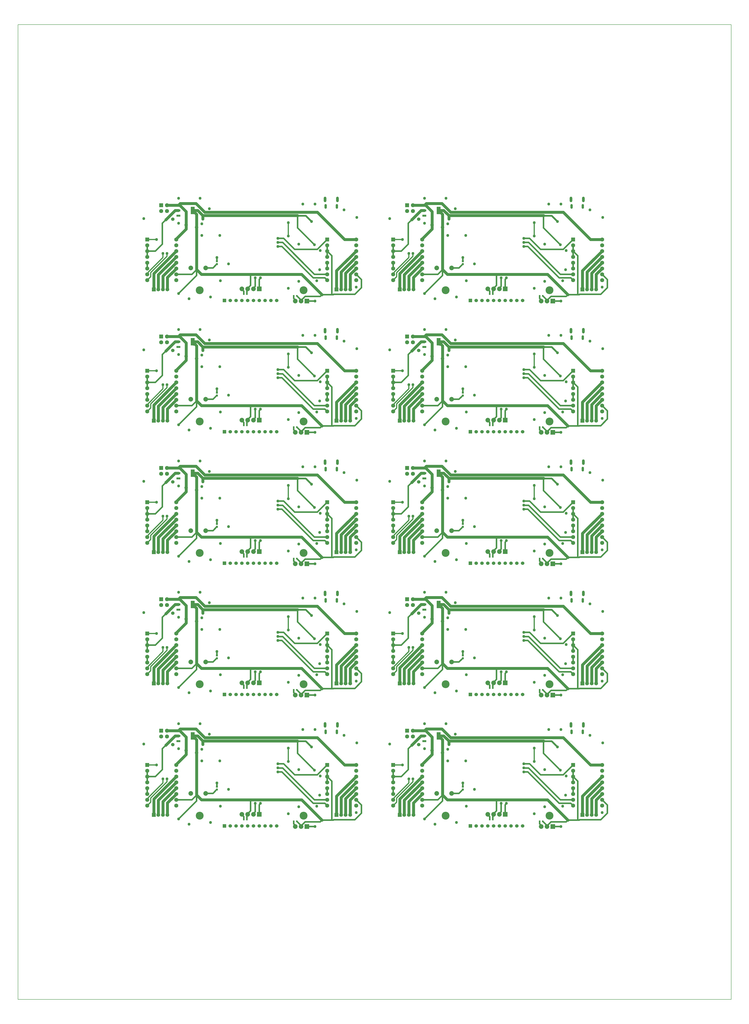
<source format=gbl>
%FSTAX23Y23*%
%MOIN*%
%SFA1B1*%

%IPPOS*%
%AMD87*
4,1,8,0.034400,-0.015800,0.034400,0.015800,0.032500,0.017700,-0.032500,0.017700,-0.034400,0.015800,-0.034400,-0.015800,-0.032500,-0.017700,0.032500,-0.017700,0.034400,-0.015800,0.0*
1,1,0.003900,0.032500,-0.015800*
1,1,0.003900,0.032500,0.015800*
1,1,0.003900,-0.032500,0.015800*
1,1,0.003900,-0.032500,-0.015800*
%
%AMD88*
4,1,8,0.034400,-0.060900,0.034400,0.060900,0.032400,0.063000,-0.032400,0.063000,-0.034400,0.060900,-0.034400,-0.060900,-0.032400,-0.063000,0.032400,-0.063000,0.034400,-0.060900,0.0*
1,1,0.004140,0.032400,-0.060900*
1,1,0.004140,0.032400,0.060900*
1,1,0.004140,-0.032400,0.060900*
1,1,0.004140,-0.032400,-0.060900*
%
%ADD15C,0.005000*%
%ADD21R,0.025590X0.027560*%
%ADD37C,0.059060*%
%ADD56O,0.040000X0.057480*%
%ADD69C,0.025000*%
%ADD70C,0.050000*%
%ADD71C,0.020000*%
%ADD72C,0.030000*%
%ADD74O,0.047240X0.094490*%
%ADD75C,0.065000*%
%ADD76R,0.065000X0.065000*%
%ADD77C,0.080000*%
%ADD78R,0.080000X0.080000*%
%ADD79R,0.060000X0.060000*%
%ADD80C,0.060000*%
%ADD81C,0.070000*%
%ADD82R,0.070000X0.070000*%
%ADD83C,0.135430*%
%ADD84C,0.050000*%
%ADD85O,0.041340X0.082680*%
%ADD86R,0.037400X0.033470*%
G04~CAMADD=87~8~0.0~0.0~354.3~689.0~19.5~0.0~15~0.0~0.0~0.0~0.0~0~0.0~0.0~0.0~0.0~0~0.0~0.0~0.0~270.0~689.0~354.0*
%ADD87D87*%
G04~CAMADD=88~8~0.0~0.0~1259.8~689.0~20.7~0.0~15~0.0~0.0~0.0~0.0~0~0.0~0.0~0.0~0.0~0~0.0~0.0~0.0~270.0~690.0~1260.0*
%ADD88D88*%
%LNcontrolboardv1-1*%
%LPD*%
G54D21*
X03943Y03098D03*
G54D15*
X0Y0D02*
X12286D01*
Y16786*
X0*
Y0*
G54D21*
X0389Y03098D03*
X04803Y03068D03*
X0475D03*
G54D37*
X02666Y04388D03*
X03076Y04248D03*
X02896Y04288D03*
G54D56*
X05492Y04609D03*
X05301D03*
G54D69*
X02226Y03738D02*
Y03838D01*
Y03938*
Y03538D02*
Y03638D01*
X02366Y03838D02*
X02486Y03958D01*
X02226Y03838D02*
X02366D01*
X02486Y03958D02*
Y04318D01*
X03425Y03613D02*
X03426D01*
X0336Y03548D02*
X03425Y03613D01*
X03232Y03548D02*
X0336D01*
X03426Y03664D02*
Y03728D01*
X02486Y04318D02*
X02546Y04378D01*
X03956Y03199D02*
X04006Y03249D01*
X04086Y0323D02*
Y03378D01*
X04056Y03188D02*
Y032D01*
X04086Y0323*
X02996Y03438D02*
X03076Y03518D01*
X02726Y03438D02*
X02996D01*
X04006Y03249D02*
Y03438D01*
X04876Y02978D02*
Y02987D01*
X04866Y02989D02*
X04876Y02978D01*
X04866Y02989D02*
Y03005D01*
X04803Y03068D02*
X04866Y03005D01*
X04803Y03068D02*
Y03068D01*
X04776Y02978D02*
Y02996D01*
X0475Y03023D02*
Y03068D01*
Y03023D02*
X04776Y02996D01*
X05206Y03058D02*
X05236Y03088D01*
X04948Y03058D02*
X05206D01*
X04876Y02987D02*
X04948Y03058D01*
X04976Y02978D02*
X05116D01*
X04156Y03188D02*
Y03352D01*
X04176Y03372D02*
Y03378D01*
X04156Y03352D02*
X04176Y03372D01*
X05326Y03738D02*
Y03838D01*
Y03938*
Y03538D02*
Y03638D01*
X05826Y03438D02*
X05916Y03348D01*
Y03208D02*
Y03348D01*
X05086Y03378D02*
X05286D01*
X05326Y03338*
X02726Y03438D02*
X02735Y03447D01*
X04546Y03918D02*
X05086Y03378D01*
X04476Y03918D02*
X04546D01*
X05156Y03868D02*
X05326Y04038D01*
X04766Y03868D02*
X05156D01*
X04816Y04238D02*
X05106Y03948D01*
X02766Y03108D02*
X03076Y03418D01*
Y03518*
X03856Y03182D02*
X0389Y03148D01*
Y03098D02*
Y03148D01*
X03856Y03182D02*
Y03188D01*
X03943Y0316D02*
X03956Y03174D01*
Y03188*
X03943Y03098D02*
Y0316D01*
X05802Y03094D02*
X05916Y03208D01*
X05406Y03088D02*
X05432D01*
X05438Y03094D02*
X05802D01*
X05432Y03088D02*
X05438Y03094D01*
X05326Y03838D02*
X05406Y03758D01*
Y03088D02*
Y03758D01*
X05236Y03088D02*
X05406D01*
X04816Y04238D02*
Y04448D01*
X04576Y04058D02*
X04766Y03868D01*
X04476Y04058D02*
X04576D01*
X04476Y03988D02*
X04479Y03986D01*
X05106Y03438D02*
X05326D01*
X04479Y03986D02*
X04559D01*
X05106Y03438*
G54D70*
X02763Y04629D02*
X02763Y04629D01*
X02566Y04628D02*
X02567Y04629D01*
X02763*
X05488Y03178D02*
Y035D01*
X05826Y03838*
X05566Y03478D02*
X05826Y03738D01*
X05566Y03178D02*
Y03478D01*
X05645Y03457D02*
X05826Y03638D01*
X05645Y03178D02*
Y03457D01*
X05724Y03436D02*
X05826Y03538D01*
X05724Y03178D02*
Y03436D01*
X02418Y0343D02*
X02726Y03738D01*
X02418Y03178D02*
Y0343D01*
X02496Y03408D02*
X02726Y03638D01*
X02496Y03178D02*
Y03408D01*
X02575Y03178D02*
Y03383D01*
X02726Y03535*
Y03538*
Y03838D02*
Y03838D01*
X02339Y03178D02*
Y0345D01*
X02726Y03838*
X02706Y04538D02*
X02763D01*
X02546Y04378D02*
X02706Y04538D01*
X02736Y04054D02*
Y04058D01*
X02726Y04044D02*
X02736Y04054D01*
X02726Y04038D02*
Y04044D01*
X02736Y04058D02*
X02896Y04218D01*
Y04288*
X02766Y04629D02*
X02795Y04658D01*
X02763Y04629D02*
X02786D01*
X02896Y04518*
Y04288D02*
Y04518D01*
X05536Y04128D02*
X05626Y04038D01*
X05826*
X03076Y03518D02*
X03081D01*
X0301Y0451D02*
X03019Y04501D01*
X0301Y0451D02*
Y04538D01*
X03047Y04501D02*
X03076Y04471D01*
X03019Y04501D02*
X03047D01*
X03076Y03518D02*
Y04248D01*
Y04471*
X03161Y03438D02*
X04006D01*
X03081Y03518D02*
X03161Y03438D01*
X04886D02*
X05236Y03088D01*
X04006Y03438D02*
X04326D01*
X04886*
X05156Y04508D02*
X05536Y04128D01*
X0301Y04538D02*
X03096D01*
X02763Y04629D02*
X02766D01*
X03216Y04508D02*
X05156D01*
X03066Y04658D02*
X03216Y04508D01*
X02795Y04658D02*
X03066D01*
X03096Y04538D02*
X03184Y0445D01*
X04814*
X04816Y04448*
X03184Y0439D02*
Y0445D01*
G54D71*
X02566Y03748D02*
Y03798D01*
X02242Y03468D02*
Y03474D01*
X02226Y03438D02*
Y03452D01*
X02242Y03468*
X02496Y03728D02*
Y03798D01*
X02242Y03474D02*
X02496Y03728D01*
X02226Y04038D02*
X02386D01*
X03956Y03188D02*
Y03199D01*
X02286Y03468D02*
X02566Y03748D01*
X02286Y03398D02*
Y03468D01*
X02226Y03338D02*
X02286Y03398D01*
X04656Y04098D02*
Y04328D01*
G54D72*
X04956Y04448D02*
X05056Y04348D01*
X04816Y04448D02*
X04956D01*
G54D74*
X05504Y04728D03*
X05289D03*
G54D75*
X02418Y03178D03*
X02496D03*
X02575D03*
X05566D03*
X05645D03*
X05724D03*
G54D76*
X02339Y03178D03*
X05488D03*
G54D77*
X03856Y03188D03*
X04056D03*
X03956D03*
X04776Y02978D03*
X04876D03*
X03232Y03548D03*
X02976D03*
G54D78*
X04156Y03188D03*
X04976Y02978D03*
G54D79*
X03556Y02988D03*
G54D80*
X03656Y02988D03*
X03756D03*
X03856D03*
X03956D03*
X04056D03*
X04156D03*
X04256D03*
X04356D03*
X04456D03*
G54D81*
X02726Y04038D03*
Y03838D03*
Y03938D03*
Y03738D03*
Y03638D03*
Y03538D03*
Y03438D03*
Y03338D03*
X02226D03*
Y03438D03*
Y03538D03*
Y03638D03*
Y03738D03*
Y03838D03*
Y03938D03*
X05826Y04038D03*
Y03838D03*
Y03938D03*
Y03738D03*
Y03638D03*
Y03538D03*
Y03438D03*
Y03338D03*
X05326D03*
Y03438D03*
Y03538D03*
Y03638D03*
Y03738D03*
Y03838D03*
Y03938D03*
X02466Y04528D03*
X02566Y04628D03*
Y04528D03*
G54D82*
X02226Y04038D03*
X05326D03*
X02466Y04628D03*
G54D83*
X03129Y03165D03*
X04921D03*
G54D84*
X05536Y04128D03*
X02566Y03798D03*
X02496D03*
X02386Y04038D03*
X03426Y03728D03*
X02546Y04378D03*
X02896Y04218D03*
X04086Y03378D03*
X04006Y03438D03*
X05236Y03088D03*
X05116Y02978D03*
X04326Y03438D03*
X04176Y03378D03*
X04476Y03918D03*
X05056Y04348D03*
X04656Y04098D03*
X05106Y03948D03*
X02766Y03108D03*
X03626Y03618D03*
X03486Y03328D03*
X03316Y03048D03*
X03476Y04108D03*
X03166D03*
X02766Y04318D03*
X04656Y03198D03*
X04836Y03318D03*
X05196Y03518D03*
X05146Y03328D03*
X05826Y03218D03*
X03166Y04308D03*
X02166Y04398D03*
X02766Y04748D03*
X03136D03*
X04836Y03958D03*
X04906Y04648D03*
X05116D03*
X05616Y04548D03*
X05836Y04418D03*
X02946Y03018D03*
X05206Y03848D03*
X04816Y04448D03*
X04656Y04328D03*
X03184Y0439D03*
X03296Y04568D03*
X04476Y04058D03*
Y03988D03*
G54D85*
X05492Y04609D03*
X05301D03*
G54D86*
X03426Y03664D03*
Y03613D03*
G54D87*
X02763Y04448D03*
Y04538D03*
Y04629D03*
G54D88*
X0301Y04538D03*
G54D21*
X0818Y03098D03*
X08127D03*
X0904Y03068D03*
X08987D03*
G54D37*
X06904Y04388D03*
X07314Y04248D03*
X07134Y04288D03*
G54D56*
X09729Y04609D03*
X09538D03*
G54D69*
X06464Y03738D02*
Y03838D01*
Y03938*
Y03538D02*
Y03638D01*
X06604Y03838D02*
X06724Y03958D01*
X06464Y03838D02*
X06604D01*
X06724Y03958D02*
Y04318D01*
X07662Y03613D02*
X07664D01*
X07597Y03548D02*
X07662Y03613D01*
X07469Y03548D02*
X07597D01*
X07664Y03664D02*
Y03728D01*
X06724Y04318D02*
X06784Y04378D01*
X08194Y03199D02*
X08244Y03249D01*
X08324Y0323D02*
Y03378D01*
X08294Y03188D02*
Y032D01*
X08324Y0323*
X07234Y03438D02*
X07314Y03518D01*
X06964Y03438D02*
X07234D01*
X08244Y03249D02*
Y03438D01*
X09114Y02978D02*
Y02987D01*
X09103Y02989D02*
X09114Y02978D01*
X09103Y02989D02*
Y03005D01*
X0904Y03068D02*
X09103Y03005D01*
X0904Y03068D02*
Y03068D01*
X09014Y02978D02*
Y02996D01*
X08987Y03023D02*
Y03068D01*
Y03023D02*
X09014Y02996D01*
X09444Y03058D02*
X09474Y03088D01*
X09185Y03058D02*
X09444D01*
X09114Y02987D02*
X09185Y03058D01*
X09214Y02978D02*
X09354D01*
X08394Y03188D02*
Y03352D01*
X08414Y03372D02*
Y03378D01*
X08394Y03352D02*
X08414Y03372D01*
X09564Y03738D02*
Y03838D01*
Y03938*
Y03538D02*
Y03638D01*
X10064Y03438D02*
X10154Y03348D01*
Y03208D02*
Y03348D01*
X09324Y03378D02*
X09524D01*
X09564Y03338*
X06964Y03438D02*
X06972Y03447D01*
X08784Y03918D02*
X09324Y03378D01*
X08714Y03918D02*
X08784D01*
X09394Y03868D02*
X09564Y04038D01*
X09004Y03868D02*
X09394D01*
X09054Y04238D02*
X09344Y03948D01*
X07004Y03108D02*
X07314Y03418D01*
Y03518*
X08094Y03182D02*
X08127Y03148D01*
Y03098D02*
Y03148D01*
X08094Y03182D02*
Y03188D01*
X0818Y0316D02*
X08194Y03174D01*
Y03188*
X0818Y03098D02*
Y0316D01*
X10039Y03094D02*
X10154Y03208D01*
X09644Y03088D02*
X09669D01*
X09675Y03094D02*
X10039D01*
X09669Y03088D02*
X09675Y03094D01*
X09564Y03838D02*
X09644Y03758D01*
Y03088D02*
Y03758D01*
X09474Y03088D02*
X09644D01*
X09054Y04238D02*
Y04448D01*
X08814Y04058D02*
X09004Y03868D01*
X08714Y04058D02*
X08814D01*
X08714Y03988D02*
X08716Y03986D01*
X09344Y03438D02*
X09564D01*
X08716Y03986D02*
X08796D01*
X09344Y03438*
G54D70*
X07Y04629D02*
X07Y04629D01*
X06804Y04628D02*
X06804Y04629D01*
X07*
X09725Y03178D02*
Y035D01*
X10064Y03838*
X09804Y03478D02*
X10064Y03738D01*
X09804Y03178D02*
Y03478D01*
X09882Y03457D02*
X10064Y03638D01*
X09882Y03178D02*
Y03457D01*
X09961Y03436D02*
X10064Y03538D01*
X09961Y03178D02*
Y03436D01*
X06655Y0343D02*
X06964Y03738D01*
X06655Y03178D02*
Y0343D01*
X06734Y03408D02*
X06964Y03638D01*
X06734Y03178D02*
Y03408D01*
X06812Y03178D02*
Y03383D01*
X06964Y03535*
Y03538*
Y03838D02*
Y03838D01*
X06576Y03178D02*
Y0345D01*
X06964Y03838*
X06944Y04538D02*
X07D01*
X06784Y04378D02*
X06944Y04538D01*
X06974Y04054D02*
Y04058D01*
X06964Y04044D02*
X06974Y04054D01*
X06964Y04038D02*
Y04044D01*
X06974Y04058D02*
X07134Y04218D01*
Y04288*
X07003Y04629D02*
X07032Y04658D01*
X07Y04629D02*
X07023D01*
X07134Y04518*
Y04288D02*
Y04518D01*
X09774Y04128D02*
X09864Y04038D01*
X10064*
X07314Y03518D02*
X07318D01*
X07247Y0451D02*
X07256Y04501D01*
X07247Y0451D02*
Y04538D01*
X07284Y04501D02*
X07314Y04471D01*
X07256Y04501D02*
X07284D01*
X07314Y03518D02*
Y04248D01*
Y04471*
X07398Y03438D02*
X08244D01*
X07318Y03518D02*
X07398Y03438D01*
X09124D02*
X09474Y03088D01*
X08244Y03438D02*
X08564D01*
X09124*
X09394Y04508D02*
X09774Y04128D01*
X07247Y04538D02*
X07334D01*
X07Y04629D02*
X07003D01*
X07454Y04508D02*
X09394D01*
X07304Y04658D02*
X07454Y04508D01*
X07032Y04658D02*
X07304D01*
X07334Y04538D02*
X07422Y0445D01*
X09052*
X09054Y04448*
X07422Y0439D02*
Y0445D01*
G54D71*
X06804Y03748D02*
Y03798D01*
X06479Y03468D02*
Y03474D01*
X06464Y03438D02*
Y03452D01*
X06479Y03468*
X06734Y03728D02*
Y03798D01*
X06479Y03474D02*
X06734Y03728D01*
X06464Y04038D02*
X06624D01*
X08194Y03188D02*
Y03199D01*
X06524Y03468D02*
X06804Y03748D01*
X06524Y03398D02*
Y03468D01*
X06464Y03338D02*
X06524Y03398D01*
X08894Y04098D02*
Y04328D01*
G54D72*
X09194Y04448D02*
X09294Y04348D01*
X09054Y04448D02*
X09194D01*
G54D74*
X09741Y04728D03*
X09526D03*
G54D75*
X06655Y03178D03*
X06734D03*
X06812D03*
X09804D03*
X09882D03*
X09961D03*
G54D76*
X06576Y03178D03*
X09725D03*
G54D77*
X08094Y03188D03*
X08294D03*
X08194D03*
X09014Y02978D03*
X09114D03*
X07469Y03548D03*
X07214D03*
G54D78*
X08394Y03188D03*
X09214Y02978D03*
G54D79*
X07794Y02988D03*
G54D80*
X07894Y02988D03*
X07994D03*
X08094D03*
X08194D03*
X08294D03*
X08394D03*
X08494D03*
X08594D03*
X08694D03*
G54D81*
X06964Y04038D03*
Y03838D03*
Y03938D03*
Y03738D03*
Y03638D03*
Y03538D03*
Y03438D03*
Y03338D03*
X06464D03*
Y03438D03*
Y03538D03*
Y03638D03*
Y03738D03*
Y03838D03*
Y03938D03*
X10064Y04038D03*
Y03838D03*
Y03938D03*
Y03738D03*
Y03638D03*
Y03538D03*
Y03438D03*
Y03338D03*
X09564D03*
Y03438D03*
Y03538D03*
Y03638D03*
Y03738D03*
Y03838D03*
Y03938D03*
X06704Y04528D03*
X06804Y04628D03*
Y04528D03*
G54D82*
X06464Y04038D03*
X09564D03*
X06704Y04628D03*
G54D83*
X07366Y03165D03*
X09158D03*
G54D84*
X09774Y04128D03*
X06804Y03798D03*
X06734D03*
X06624Y04038D03*
X07664Y03728D03*
X06784Y04378D03*
X07134Y04218D03*
X08324Y03378D03*
X08244Y03438D03*
X09474Y03088D03*
X09354Y02978D03*
X08564Y03438D03*
X08414Y03378D03*
X08714Y03918D03*
X09294Y04348D03*
X08894Y04098D03*
X09344Y03948D03*
X07004Y03108D03*
X07864Y03618D03*
X07724Y03328D03*
X07554Y03048D03*
X07714Y04108D03*
X07404D03*
X07004Y04318D03*
X08894Y03198D03*
X09074Y03318D03*
X09434Y03518D03*
X09384Y03328D03*
X10064Y03218D03*
X07404Y04308D03*
X06404Y04398D03*
X07004Y04748D03*
X07374D03*
X09074Y03958D03*
X09144Y04648D03*
X09354D03*
X09854Y04548D03*
X10074Y04418D03*
X07184Y03018D03*
X09444Y03848D03*
X09054Y04448D03*
X08894Y04328D03*
X07422Y0439D03*
X07534Y04568D03*
X08714Y04058D03*
Y03988D03*
G54D85*
X09729Y04609D03*
X09538D03*
G54D86*
X07664Y03664D03*
Y03613D03*
G54D87*
X07Y04448D03*
Y04538D03*
Y04629D03*
G54D88*
X07247Y04538D03*
G54D21*
X03943Y0536D03*
X0389D03*
X04803Y0533D03*
X0475D03*
G54D37*
X02666Y0665D03*
X03076Y0651D03*
X02896Y0655D03*
G54D56*
X05492Y06871D03*
X05301D03*
G54D69*
X02226Y06D02*
Y061D01*
Y062*
Y058D02*
Y059D01*
X02366Y061D02*
X02486Y0622D01*
X02226Y061D02*
X02366D01*
X02486Y0622D02*
Y0658D01*
X03425Y05875D02*
X03426D01*
X0336Y0581D02*
X03425Y05875D01*
X03232Y0581D02*
X0336D01*
X03426Y05926D02*
Y0599D01*
X02486Y0658D02*
X02546Y0664D01*
X03956Y05461D02*
X04006Y05511D01*
X04086Y05492D02*
Y0564D01*
X04056Y0545D02*
Y05462D01*
X04086Y05492*
X02996Y057D02*
X03076Y0578D01*
X02726Y057D02*
X02996D01*
X04006Y05511D02*
Y057D01*
X04876Y0524D02*
Y05249D01*
X04866Y05251D02*
X04876Y0524D01*
X04866Y05251D02*
Y05267D01*
X04803Y0533D02*
X04866Y05267D01*
X04803Y0533D02*
Y0533D01*
X04776Y0524D02*
Y05258D01*
X0475Y05285D02*
Y0533D01*
Y05285D02*
X04776Y05258D01*
X05206Y0532D02*
X05236Y0535D01*
X04948Y0532D02*
X05206D01*
X04876Y05249D02*
X04948Y0532D01*
X04976Y0524D02*
X05116D01*
X04156Y0545D02*
Y05614D01*
X04176Y05634D02*
Y0564D01*
X04156Y05614D02*
X04176Y05634D01*
X05326Y06D02*
Y061D01*
Y062*
Y058D02*
Y059D01*
X05826Y057D02*
X05916Y0561D01*
Y0547D02*
Y0561D01*
X05086Y0564D02*
X05286D01*
X05326Y056*
X02726Y057D02*
X02735Y05709D01*
X04546Y0618D02*
X05086Y0564D01*
X04476Y0618D02*
X04546D01*
X05156Y0613D02*
X05326Y063D01*
X04766Y0613D02*
X05156D01*
X04816Y065D02*
X05106Y0621D01*
X02766Y0537D02*
X03076Y0568D01*
Y0578*
X03856Y05444D02*
X0389Y0541D01*
Y0536D02*
Y0541D01*
X03856Y05444D02*
Y0545D01*
X03943Y05422D02*
X03956Y05436D01*
Y0545*
X03943Y0536D02*
Y05422D01*
X05802Y05356D02*
X05916Y0547D01*
X05406Y0535D02*
X05432D01*
X05438Y05356D02*
X05802D01*
X05432Y0535D02*
X05438Y05356D01*
X05326Y061D02*
X05406Y0602D01*
Y0535D02*
Y0602D01*
X05236Y0535D02*
X05406D01*
X04816Y065D02*
Y0671D01*
X04576Y0632D02*
X04766Y0613D01*
X04476Y0632D02*
X04576D01*
X04476Y0625D02*
X04479Y06248D01*
X05106Y057D02*
X05326D01*
X04479Y06248D02*
X04559D01*
X05106Y057*
G54D70*
X02763Y06891D02*
X02763Y06891D01*
X02566Y0689D02*
X02567Y06891D01*
X02763*
X05488Y0544D02*
Y05762D01*
X05826Y061*
X05566Y0574D02*
X05826Y06D01*
X05566Y0544D02*
Y0574D01*
X05645Y05719D02*
X05826Y059D01*
X05645Y0544D02*
Y05719D01*
X05724Y05698D02*
X05826Y058D01*
X05724Y0544D02*
Y05698D01*
X02418Y05692D02*
X02726Y06D01*
X02418Y0544D02*
Y05692D01*
X02496Y0567D02*
X02726Y059D01*
X02496Y0544D02*
Y0567D01*
X02575Y0544D02*
Y05645D01*
X02726Y05797*
Y058*
Y061D02*
Y061D01*
X02339Y0544D02*
Y05712D01*
X02726Y061*
X02706Y068D02*
X02763D01*
X02546Y0664D02*
X02706Y068D01*
X02736Y06316D02*
Y0632D01*
X02726Y06306D02*
X02736Y06316D01*
X02726Y063D02*
Y06306D01*
X02736Y0632D02*
X02896Y0648D01*
Y0655*
X02766Y06891D02*
X02795Y0692D01*
X02763Y06891D02*
X02786D01*
X02896Y0678*
Y0655D02*
Y0678D01*
X05536Y0639D02*
X05626Y063D01*
X05826*
X03076Y0578D02*
X03081D01*
X0301Y06772D02*
X03019Y06763D01*
X0301Y06772D02*
Y068D01*
X03047Y06763D02*
X03076Y06733D01*
X03019Y06763D02*
X03047D01*
X03076Y0578D02*
Y0651D01*
Y06733*
X03161Y057D02*
X04006D01*
X03081Y0578D02*
X03161Y057D01*
X04886D02*
X05236Y0535D01*
X04006Y057D02*
X04326D01*
X04886*
X05156Y0677D02*
X05536Y0639D01*
X0301Y068D02*
X03096D01*
X02763Y06891D02*
X02766D01*
X03216Y0677D02*
X05156D01*
X03066Y0692D02*
X03216Y0677D01*
X02795Y0692D02*
X03066D01*
X03096Y068D02*
X03184Y06712D01*
X04814*
X04816Y0671*
X03184Y06652D02*
Y06712D01*
G54D71*
X02566Y0601D02*
Y0606D01*
X02242Y0573D02*
Y05736D01*
X02226Y057D02*
Y05714D01*
X02242Y0573*
X02496Y0599D02*
Y0606D01*
X02242Y05736D02*
X02496Y0599D01*
X02226Y063D02*
X02386D01*
X03956Y0545D02*
Y05461D01*
X02286Y0573D02*
X02566Y0601D01*
X02286Y0566D02*
Y0573D01*
X02226Y056D02*
X02286Y0566D01*
X04656Y0636D02*
Y0659D01*
G54D72*
X04956Y0671D02*
X05056Y0661D01*
X04816Y0671D02*
X04956D01*
G54D74*
X05504Y0699D03*
X05289D03*
G54D75*
X02418Y0544D03*
X02496D03*
X02575D03*
X05566D03*
X05645D03*
X05724D03*
G54D76*
X02339Y0544D03*
X05488D03*
G54D77*
X03856Y0545D03*
X04056D03*
X03956D03*
X04776Y0524D03*
X04876D03*
X03232Y0581D03*
X02976D03*
G54D78*
X04156Y0545D03*
X04976Y0524D03*
G54D79*
X03556Y0525D03*
G54D80*
X03656Y0525D03*
X03756D03*
X03856D03*
X03956D03*
X04056D03*
X04156D03*
X04256D03*
X04356D03*
X04456D03*
G54D81*
X02726Y063D03*
Y061D03*
Y062D03*
Y06D03*
Y059D03*
Y058D03*
Y057D03*
Y056D03*
X02226D03*
Y057D03*
Y058D03*
Y059D03*
Y06D03*
Y061D03*
Y062D03*
X05826Y063D03*
Y061D03*
Y062D03*
Y06D03*
Y059D03*
Y058D03*
Y057D03*
Y056D03*
X05326D03*
Y057D03*
Y058D03*
Y059D03*
Y06D03*
Y061D03*
Y062D03*
X02466Y0679D03*
X02566Y0689D03*
Y0679D03*
G54D82*
X02226Y063D03*
X05326D03*
X02466Y0689D03*
G54D83*
X03129Y05427D03*
X04921D03*
G54D84*
X05536Y0639D03*
X02566Y0606D03*
X02496D03*
X02386Y063D03*
X03426Y0599D03*
X02546Y0664D03*
X02896Y0648D03*
X04086Y0564D03*
X04006Y057D03*
X05236Y0535D03*
X05116Y0524D03*
X04326Y057D03*
X04176Y0564D03*
X04476Y0618D03*
X05056Y0661D03*
X04656Y0636D03*
X05106Y0621D03*
X02766Y0537D03*
X03626Y0588D03*
X03486Y0559D03*
X03316Y0531D03*
X03476Y0637D03*
X03166D03*
X02766Y0658D03*
X04656Y0546D03*
X04836Y0558D03*
X05196Y0578D03*
X05146Y0559D03*
X05826Y0548D03*
X03166Y0657D03*
X02166Y0666D03*
X02766Y0701D03*
X03136D03*
X04836Y0622D03*
X04906Y0691D03*
X05116D03*
X05616Y0681D03*
X05836Y0668D03*
X02946Y0528D03*
X05206Y0611D03*
X04816Y0671D03*
X04656Y0659D03*
X03184Y06652D03*
X03296Y0683D03*
X04476Y0632D03*
Y0625D03*
G54D85*
X05492Y06871D03*
X05301D03*
G54D86*
X03426Y05926D03*
Y05875D03*
G54D87*
X02763Y0671D03*
Y068D03*
Y06891D03*
G54D88*
X0301Y068D03*
G54D21*
X0818Y0536D03*
X08127D03*
X0904Y0533D03*
X08987D03*
G54D37*
X06904Y0665D03*
X07314Y0651D03*
X07134Y0655D03*
G54D56*
X09729Y06871D03*
X09538D03*
G54D69*
X06464Y06D02*
Y061D01*
Y062*
Y058D02*
Y059D01*
X06604Y061D02*
X06724Y0622D01*
X06464Y061D02*
X06604D01*
X06724Y0622D02*
Y0658D01*
X07662Y05875D02*
X07664D01*
X07597Y0581D02*
X07662Y05875D01*
X07469Y0581D02*
X07597D01*
X07664Y05926D02*
Y0599D01*
X06724Y0658D02*
X06784Y0664D01*
X08194Y05461D02*
X08244Y05511D01*
X08324Y05492D02*
Y0564D01*
X08294Y0545D02*
Y05462D01*
X08324Y05492*
X07234Y057D02*
X07314Y0578D01*
X06964Y057D02*
X07234D01*
X08244Y05511D02*
Y057D01*
X09114Y0524D02*
Y05249D01*
X09103Y05251D02*
X09114Y0524D01*
X09103Y05251D02*
Y05267D01*
X0904Y0533D02*
X09103Y05267D01*
X0904Y0533D02*
Y0533D01*
X09014Y0524D02*
Y05258D01*
X08987Y05285D02*
Y0533D01*
Y05285D02*
X09014Y05258D01*
X09444Y0532D02*
X09474Y0535D01*
X09185Y0532D02*
X09444D01*
X09114Y05249D02*
X09185Y0532D01*
X09214Y0524D02*
X09354D01*
X08394Y0545D02*
Y05614D01*
X08414Y05634D02*
Y0564D01*
X08394Y05614D02*
X08414Y05634D01*
X09564Y06D02*
Y061D01*
Y062*
Y058D02*
Y059D01*
X10064Y057D02*
X10154Y0561D01*
Y0547D02*
Y0561D01*
X09324Y0564D02*
X09524D01*
X09564Y056*
X06964Y057D02*
X06972Y05709D01*
X08784Y0618D02*
X09324Y0564D01*
X08714Y0618D02*
X08784D01*
X09394Y0613D02*
X09564Y063D01*
X09004Y0613D02*
X09394D01*
X09054Y065D02*
X09344Y0621D01*
X07004Y0537D02*
X07314Y0568D01*
Y0578*
X08094Y05444D02*
X08127Y0541D01*
Y0536D02*
Y0541D01*
X08094Y05444D02*
Y0545D01*
X0818Y05422D02*
X08194Y05436D01*
Y0545*
X0818Y0536D02*
Y05422D01*
X10039Y05356D02*
X10154Y0547D01*
X09644Y0535D02*
X09669D01*
X09675Y05356D02*
X10039D01*
X09669Y0535D02*
X09675Y05356D01*
X09564Y061D02*
X09644Y0602D01*
Y0535D02*
Y0602D01*
X09474Y0535D02*
X09644D01*
X09054Y065D02*
Y0671D01*
X08814Y0632D02*
X09004Y0613D01*
X08714Y0632D02*
X08814D01*
X08714Y0625D02*
X08716Y06248D01*
X09344Y057D02*
X09564D01*
X08716Y06248D02*
X08796D01*
X09344Y057*
G54D70*
X07Y06891D02*
X07Y06891D01*
X06804Y0689D02*
X06804Y06891D01*
X07*
X09725Y0544D02*
Y05762D01*
X10064Y061*
X09804Y0574D02*
X10064Y06D01*
X09804Y0544D02*
Y0574D01*
X09882Y05719D02*
X10064Y059D01*
X09882Y0544D02*
Y05719D01*
X09961Y05698D02*
X10064Y058D01*
X09961Y0544D02*
Y05698D01*
X06655Y05692D02*
X06964Y06D01*
X06655Y0544D02*
Y05692D01*
X06734Y0567D02*
X06964Y059D01*
X06734Y0544D02*
Y0567D01*
X06812Y0544D02*
Y05645D01*
X06964Y05797*
Y058*
Y061D02*
Y061D01*
X06576Y0544D02*
Y05712D01*
X06964Y061*
X06944Y068D02*
X07D01*
X06784Y0664D02*
X06944Y068D01*
X06974Y06316D02*
Y0632D01*
X06964Y06306D02*
X06974Y06316D01*
X06964Y063D02*
Y06306D01*
X06974Y0632D02*
X07134Y0648D01*
Y0655*
X07003Y06891D02*
X07032Y0692D01*
X07Y06891D02*
X07023D01*
X07134Y0678*
Y0655D02*
Y0678D01*
X09774Y0639D02*
X09864Y063D01*
X10064*
X07314Y0578D02*
X07318D01*
X07247Y06772D02*
X07256Y06763D01*
X07247Y06772D02*
Y068D01*
X07284Y06763D02*
X07314Y06733D01*
X07256Y06763D02*
X07284D01*
X07314Y0578D02*
Y0651D01*
Y06733*
X07398Y057D02*
X08244D01*
X07318Y0578D02*
X07398Y057D01*
X09124D02*
X09474Y0535D01*
X08244Y057D02*
X08564D01*
X09124*
X09394Y0677D02*
X09774Y0639D01*
X07247Y068D02*
X07334D01*
X07Y06891D02*
X07003D01*
X07454Y0677D02*
X09394D01*
X07304Y0692D02*
X07454Y0677D01*
X07032Y0692D02*
X07304D01*
X07334Y068D02*
X07422Y06712D01*
X09052*
X09054Y0671*
X07422Y06652D02*
Y06712D01*
G54D71*
X06804Y0601D02*
Y0606D01*
X06479Y0573D02*
Y05736D01*
X06464Y057D02*
Y05714D01*
X06479Y0573*
X06734Y0599D02*
Y0606D01*
X06479Y05736D02*
X06734Y0599D01*
X06464Y063D02*
X06624D01*
X08194Y0545D02*
Y05461D01*
X06524Y0573D02*
X06804Y0601D01*
X06524Y0566D02*
Y0573D01*
X06464Y056D02*
X06524Y0566D01*
X08894Y0636D02*
Y0659D01*
G54D72*
X09194Y0671D02*
X09294Y0661D01*
X09054Y0671D02*
X09194D01*
G54D74*
X09741Y0699D03*
X09526D03*
G54D75*
X06655Y0544D03*
X06734D03*
X06812D03*
X09804D03*
X09882D03*
X09961D03*
G54D76*
X06576Y0544D03*
X09725D03*
G54D77*
X08094Y0545D03*
X08294D03*
X08194D03*
X09014Y0524D03*
X09114D03*
X07469Y0581D03*
X07214D03*
G54D78*
X08394Y0545D03*
X09214Y0524D03*
G54D79*
X07794Y0525D03*
G54D80*
X07894Y0525D03*
X07994D03*
X08094D03*
X08194D03*
X08294D03*
X08394D03*
X08494D03*
X08594D03*
X08694D03*
G54D81*
X06964Y063D03*
Y061D03*
Y062D03*
Y06D03*
Y059D03*
Y058D03*
Y057D03*
Y056D03*
X06464D03*
Y057D03*
Y058D03*
Y059D03*
Y06D03*
Y061D03*
Y062D03*
X10064Y063D03*
Y061D03*
Y062D03*
Y06D03*
Y059D03*
Y058D03*
Y057D03*
Y056D03*
X09564D03*
Y057D03*
Y058D03*
Y059D03*
Y06D03*
Y061D03*
Y062D03*
X06704Y0679D03*
X06804Y0689D03*
Y0679D03*
G54D82*
X06464Y063D03*
X09564D03*
X06704Y0689D03*
G54D83*
X07366Y05427D03*
X09158D03*
G54D84*
X09774Y0639D03*
X06804Y0606D03*
X06734D03*
X06624Y063D03*
X07664Y0599D03*
X06784Y0664D03*
X07134Y0648D03*
X08324Y0564D03*
X08244Y057D03*
X09474Y0535D03*
X09354Y0524D03*
X08564Y057D03*
X08414Y0564D03*
X08714Y0618D03*
X09294Y0661D03*
X08894Y0636D03*
X09344Y0621D03*
X07004Y0537D03*
X07864Y0588D03*
X07724Y0559D03*
X07554Y0531D03*
X07714Y0637D03*
X07404D03*
X07004Y0658D03*
X08894Y0546D03*
X09074Y0558D03*
X09434Y0578D03*
X09384Y0559D03*
X10064Y0548D03*
X07404Y0657D03*
X06404Y0666D03*
X07004Y0701D03*
X07374D03*
X09074Y0622D03*
X09144Y0691D03*
X09354D03*
X09854Y0681D03*
X10074Y0668D03*
X07184Y0528D03*
X09444Y0611D03*
X09054Y0671D03*
X08894Y0659D03*
X07422Y06652D03*
X07534Y0683D03*
X08714Y0632D03*
Y0625D03*
G54D85*
X09729Y06871D03*
X09538D03*
G54D86*
X07664Y05926D03*
Y05875D03*
G54D87*
X07Y0671D03*
Y068D03*
Y06891D03*
G54D88*
X07247Y068D03*
G54D21*
X03943Y07622D03*
X0389D03*
X04803Y07592D03*
X0475D03*
G54D37*
X02666Y08912D03*
X03076Y08772D03*
X02896Y08812D03*
G54D56*
X05492Y09132D03*
X05301D03*
G54D69*
X02226Y08262D02*
Y08362D01*
Y08462*
Y08062D02*
Y08162D01*
X02366Y08362D02*
X02486Y08482D01*
X02226Y08362D02*
X02366D01*
X02486Y08482D02*
Y08842D01*
X03425Y08137D02*
X03426D01*
X0336Y08072D02*
X03425Y08137D01*
X03232Y08072D02*
X0336D01*
X03426Y08188D02*
Y08252D01*
X02486Y08842D02*
X02546Y08902D01*
X03956Y07723D02*
X04006Y07773D01*
X04086Y07754D02*
Y07902D01*
X04056Y07712D02*
Y07724D01*
X04086Y07754*
X02996Y07962D02*
X03076Y08042D01*
X02726Y07962D02*
X02996D01*
X04006Y07773D02*
Y07962D01*
X04876Y07502D02*
Y07511D01*
X04866Y07513D02*
X04876Y07502D01*
X04866Y07513D02*
Y07529D01*
X04803Y07592D02*
X04866Y07529D01*
X04803Y07592D02*
Y07592D01*
X04776Y07502D02*
Y0752D01*
X0475Y07547D02*
Y07592D01*
Y07547D02*
X04776Y0752D01*
X05206Y07582D02*
X05236Y07612D01*
X04948Y07582D02*
X05206D01*
X04876Y07511D02*
X04948Y07582D01*
X04976Y07502D02*
X05116D01*
X04156Y07712D02*
Y07876D01*
X04176Y07896D02*
Y07902D01*
X04156Y07876D02*
X04176Y07896D01*
X05326Y08262D02*
Y08362D01*
Y08462*
Y08062D02*
Y08162D01*
X05826Y07962D02*
X05916Y07872D01*
Y07732D02*
Y07872D01*
X05086Y07902D02*
X05286D01*
X05326Y07862*
X02726Y07962D02*
X02735Y07971D01*
X04546Y08442D02*
X05086Y07902D01*
X04476Y08442D02*
X04546D01*
X05156Y08392D02*
X05326Y08562D01*
X04766Y08392D02*
X05156D01*
X04816Y08762D02*
X05106Y08472D01*
X02766Y07632D02*
X03076Y07942D01*
Y08042*
X03856Y07706D02*
X0389Y07672D01*
Y07622D02*
Y07672D01*
X03856Y07706D02*
Y07712D01*
X03943Y07684D02*
X03956Y07698D01*
Y07712*
X03943Y07622D02*
Y07684D01*
X05802Y07618D02*
X05916Y07732D01*
X05406Y07612D02*
X05432D01*
X05438Y07618D02*
X05802D01*
X05432Y07612D02*
X05438Y07618D01*
X05326Y08362D02*
X05406Y08282D01*
Y07612D02*
Y08282D01*
X05236Y07612D02*
X05406D01*
X04816Y08762D02*
Y08972D01*
X04576Y08582D02*
X04766Y08392D01*
X04476Y08582D02*
X04576D01*
X04476Y08512D02*
X04479Y08509D01*
X05106Y07962D02*
X05326D01*
X04479Y08509D02*
X04559D01*
X05106Y07962*
G54D70*
X02763Y09152D02*
X02763Y09152D01*
X02566Y09152D02*
X02567Y09152D01*
X02763*
X05488Y07702D02*
Y08024D01*
X05826Y08362*
X05566Y08002D02*
X05826Y08262D01*
X05566Y07702D02*
Y08002D01*
X05645Y07981D02*
X05826Y08162D01*
X05645Y07702D02*
Y07981D01*
X05724Y0796D02*
X05826Y08062D01*
X05724Y07702D02*
Y0796D01*
X02418Y07954D02*
X02726Y08262D01*
X02418Y07702D02*
Y07954D01*
X02496Y07932D02*
X02726Y08162D01*
X02496Y07702D02*
Y07932D01*
X02575Y07702D02*
Y07907D01*
X02726Y08059*
Y08062*
Y08362D02*
Y08362D01*
X02339Y07702D02*
Y07974D01*
X02726Y08362*
X02706Y09062D02*
X02763D01*
X02546Y08902D02*
X02706Y09062D01*
X02736Y08577D02*
Y08582D01*
X02726Y08567D02*
X02736Y08577D01*
X02726Y08562D02*
Y08567D01*
X02736Y08582D02*
X02896Y08742D01*
Y08812*
X02766Y09152D02*
X02795Y09182D01*
X02763Y09152D02*
X02786D01*
X02896Y09042*
Y08812D02*
Y09042D01*
X05536Y08652D02*
X05626Y08562D01*
X05826*
X03076Y08042D02*
X03081D01*
X0301Y09033D02*
X03019Y09024D01*
X0301Y09033D02*
Y09062D01*
X03047Y09024D02*
X03076Y08994D01*
X03019Y09024D02*
X03047D01*
X03076Y08042D02*
Y08772D01*
Y08994*
X03161Y07962D02*
X04006D01*
X03081Y08042D02*
X03161Y07962D01*
X04886D02*
X05236Y07612D01*
X04006Y07962D02*
X04326D01*
X04886*
X05156Y09032D02*
X05536Y08652D01*
X0301Y09062D02*
X03096D01*
X02763Y09152D02*
X02766D01*
X03216Y09032D02*
X05156D01*
X03066Y09182D02*
X03216Y09032D01*
X02795Y09182D02*
X03066D01*
X03096Y09062D02*
X03184Y08974D01*
X04814*
X04816Y08972*
X03184Y08914D02*
Y08974D01*
G54D71*
X02566Y08272D02*
Y08322D01*
X02242Y07992D02*
Y07998D01*
X02226Y07962D02*
Y07976D01*
X02242Y07992*
X02496Y08252D02*
Y08322D01*
X02242Y07998D02*
X02496Y08252D01*
X02226Y08562D02*
X02386D01*
X03956Y07712D02*
Y07723D01*
X02286Y07992D02*
X02566Y08272D01*
X02286Y07922D02*
Y07992D01*
X02226Y07862D02*
X02286Y07922D01*
X04656Y08622D02*
Y08852D01*
G54D72*
X04956Y08972D02*
X05056Y08872D01*
X04816Y08972D02*
X04956D01*
G54D74*
X05504Y09252D03*
X05289D03*
G54D75*
X02418Y07702D03*
X02496D03*
X02575D03*
X05566D03*
X05645D03*
X05724D03*
G54D76*
X02339Y07702D03*
X05488D03*
G54D77*
X03856Y07712D03*
X04056D03*
X03956D03*
X04776Y07502D03*
X04876D03*
X03232Y08072D03*
X02976D03*
G54D78*
X04156Y07712D03*
X04976Y07502D03*
G54D79*
X03556Y07512D03*
G54D80*
X03656Y07512D03*
X03756D03*
X03856D03*
X03956D03*
X04056D03*
X04156D03*
X04256D03*
X04356D03*
X04456D03*
G54D81*
X02726Y08562D03*
Y08362D03*
Y08462D03*
Y08262D03*
Y08162D03*
Y08062D03*
Y07962D03*
Y07862D03*
X02226D03*
Y07962D03*
Y08062D03*
Y08162D03*
Y08262D03*
Y08362D03*
Y08462D03*
X05826Y08562D03*
Y08362D03*
Y08462D03*
Y08262D03*
Y08162D03*
Y08062D03*
Y07962D03*
Y07862D03*
X05326D03*
Y07962D03*
Y08062D03*
Y08162D03*
Y08262D03*
Y08362D03*
Y08462D03*
X02466Y09052D03*
X02566Y09152D03*
Y09052D03*
G54D82*
X02226Y08562D03*
X05326D03*
X02466Y09152D03*
G54D83*
X03129Y07689D03*
X04921D03*
G54D84*
X05536Y08652D03*
X02566Y08322D03*
X02496D03*
X02386Y08562D03*
X03426Y08252D03*
X02546Y08902D03*
X02896Y08742D03*
X04086Y07902D03*
X04006Y07962D03*
X05236Y07612D03*
X05116Y07502D03*
X04326Y07962D03*
X04176Y07902D03*
X04476Y08442D03*
X05056Y08872D03*
X04656Y08622D03*
X05106Y08472D03*
X02766Y07632D03*
X03626Y08142D03*
X03486Y07852D03*
X03316Y07572D03*
X03476Y08632D03*
X03166D03*
X02766Y08842D03*
X04656Y07722D03*
X04836Y07842D03*
X05196Y08042D03*
X05146Y07852D03*
X05826Y07742D03*
X03166Y08832D03*
X02166Y08922D03*
X02766Y09272D03*
X03136D03*
X04836Y08482D03*
X04906Y09172D03*
X05116D03*
X05616Y09072D03*
X05836Y08942D03*
X02946Y07542D03*
X05206Y08372D03*
X04816Y08972D03*
X04656Y08852D03*
X03184Y08914D03*
X03296Y09092D03*
X04476Y08582D03*
Y08512D03*
G54D85*
X05492Y09132D03*
X05301D03*
G54D86*
X03426Y08188D03*
Y08137D03*
G54D87*
X02763Y08971D03*
Y09062D03*
Y09152D03*
G54D88*
X0301Y09062D03*
G54D21*
X0818Y07622D03*
X08127D03*
X0904Y07592D03*
X08987D03*
G54D37*
X06904Y08912D03*
X07314Y08772D03*
X07134Y08812D03*
G54D56*
X09729Y09132D03*
X09538D03*
G54D69*
X06464Y08262D02*
Y08362D01*
Y08462*
Y08062D02*
Y08162D01*
X06604Y08362D02*
X06724Y08482D01*
X06464Y08362D02*
X06604D01*
X06724Y08482D02*
Y08842D01*
X07662Y08137D02*
X07664D01*
X07597Y08072D02*
X07662Y08137D01*
X07469Y08072D02*
X07597D01*
X07664Y08188D02*
Y08252D01*
X06724Y08842D02*
X06784Y08902D01*
X08194Y07723D02*
X08244Y07773D01*
X08324Y07754D02*
Y07902D01*
X08294Y07712D02*
Y07724D01*
X08324Y07754*
X07234Y07962D02*
X07314Y08042D01*
X06964Y07962D02*
X07234D01*
X08244Y07773D02*
Y07962D01*
X09114Y07502D02*
Y07511D01*
X09103Y07513D02*
X09114Y07502D01*
X09103Y07513D02*
Y07529D01*
X0904Y07592D02*
X09103Y07529D01*
X0904Y07592D02*
Y07592D01*
X09014Y07502D02*
Y0752D01*
X08987Y07547D02*
Y07592D01*
Y07547D02*
X09014Y0752D01*
X09444Y07582D02*
X09474Y07612D01*
X09185Y07582D02*
X09444D01*
X09114Y07511D02*
X09185Y07582D01*
X09214Y07502D02*
X09354D01*
X08394Y07712D02*
Y07876D01*
X08414Y07896D02*
Y07902D01*
X08394Y07876D02*
X08414Y07896D01*
X09564Y08262D02*
Y08362D01*
Y08462*
Y08062D02*
Y08162D01*
X10064Y07962D02*
X10154Y07872D01*
Y07732D02*
Y07872D01*
X09324Y07902D02*
X09524D01*
X09564Y07862*
X06964Y07962D02*
X06972Y07971D01*
X08784Y08442D02*
X09324Y07902D01*
X08714Y08442D02*
X08784D01*
X09394Y08392D02*
X09564Y08562D01*
X09004Y08392D02*
X09394D01*
X09054Y08762D02*
X09344Y08472D01*
X07004Y07632D02*
X07314Y07942D01*
Y08042*
X08094Y07706D02*
X08127Y07672D01*
Y07622D02*
Y07672D01*
X08094Y07706D02*
Y07712D01*
X0818Y07684D02*
X08194Y07698D01*
Y07712*
X0818Y07622D02*
Y07684D01*
X10039Y07618D02*
X10154Y07732D01*
X09644Y07612D02*
X09669D01*
X09675Y07618D02*
X10039D01*
X09669Y07612D02*
X09675Y07618D01*
X09564Y08362D02*
X09644Y08282D01*
Y07612D02*
Y08282D01*
X09474Y07612D02*
X09644D01*
X09054Y08762D02*
Y08972D01*
X08814Y08582D02*
X09004Y08392D01*
X08714Y08582D02*
X08814D01*
X08714Y08512D02*
X08716Y08509D01*
X09344Y07962D02*
X09564D01*
X08716Y08509D02*
X08796D01*
X09344Y07962*
G54D70*
X07Y09152D02*
X07Y09152D01*
X06804Y09152D02*
X06804Y09152D01*
X07*
X09725Y07702D02*
Y08024D01*
X10064Y08362*
X09804Y08002D02*
X10064Y08262D01*
X09804Y07702D02*
Y08002D01*
X09882Y07981D02*
X10064Y08162D01*
X09882Y07702D02*
Y07981D01*
X09961Y0796D02*
X10064Y08062D01*
X09961Y07702D02*
Y0796D01*
X06655Y07954D02*
X06964Y08262D01*
X06655Y07702D02*
Y07954D01*
X06734Y07932D02*
X06964Y08162D01*
X06734Y07702D02*
Y07932D01*
X06812Y07702D02*
Y07907D01*
X06964Y08059*
Y08062*
Y08362D02*
Y08362D01*
X06576Y07702D02*
Y07974D01*
X06964Y08362*
X06944Y09062D02*
X07D01*
X06784Y08902D02*
X06944Y09062D01*
X06974Y08577D02*
Y08582D01*
X06964Y08567D02*
X06974Y08577D01*
X06964Y08562D02*
Y08567D01*
X06974Y08582D02*
X07134Y08742D01*
Y08812*
X07003Y09152D02*
X07032Y09182D01*
X07Y09152D02*
X07023D01*
X07134Y09042*
Y08812D02*
Y09042D01*
X09774Y08652D02*
X09864Y08562D01*
X10064*
X07314Y08042D02*
X07318D01*
X07247Y09033D02*
X07256Y09024D01*
X07247Y09033D02*
Y09062D01*
X07284Y09024D02*
X07314Y08994D01*
X07256Y09024D02*
X07284D01*
X07314Y08042D02*
Y08772D01*
Y08994*
X07398Y07962D02*
X08244D01*
X07318Y08042D02*
X07398Y07962D01*
X09124D02*
X09474Y07612D01*
X08244Y07962D02*
X08564D01*
X09124*
X09394Y09032D02*
X09774Y08652D01*
X07247Y09062D02*
X07334D01*
X07Y09152D02*
X07003D01*
X07454Y09032D02*
X09394D01*
X07304Y09182D02*
X07454Y09032D01*
X07032Y09182D02*
X07304D01*
X07334Y09062D02*
X07422Y08974D01*
X09052*
X09054Y08972*
X07422Y08914D02*
Y08974D01*
G54D71*
X06804Y08272D02*
Y08322D01*
X06479Y07992D02*
Y07998D01*
X06464Y07962D02*
Y07976D01*
X06479Y07992*
X06734Y08252D02*
Y08322D01*
X06479Y07998D02*
X06734Y08252D01*
X06464Y08562D02*
X06624D01*
X08194Y07712D02*
Y07723D01*
X06524Y07992D02*
X06804Y08272D01*
X06524Y07922D02*
Y07992D01*
X06464Y07862D02*
X06524Y07922D01*
X08894Y08622D02*
Y08852D01*
G54D72*
X09194Y08972D02*
X09294Y08872D01*
X09054Y08972D02*
X09194D01*
G54D74*
X09741Y09252D03*
X09526D03*
G54D75*
X06655Y07702D03*
X06734D03*
X06812D03*
X09804D03*
X09882D03*
X09961D03*
G54D76*
X06576Y07702D03*
X09725D03*
G54D77*
X08094Y07712D03*
X08294D03*
X08194D03*
X09014Y07502D03*
X09114D03*
X07469Y08072D03*
X07214D03*
G54D78*
X08394Y07712D03*
X09214Y07502D03*
G54D79*
X07794Y07512D03*
G54D80*
X07894Y07512D03*
X07994D03*
X08094D03*
X08194D03*
X08294D03*
X08394D03*
X08494D03*
X08594D03*
X08694D03*
G54D81*
X06964Y08562D03*
Y08362D03*
Y08462D03*
Y08262D03*
Y08162D03*
Y08062D03*
Y07962D03*
Y07862D03*
X06464D03*
Y07962D03*
Y08062D03*
Y08162D03*
Y08262D03*
Y08362D03*
Y08462D03*
X10064Y08562D03*
Y08362D03*
Y08462D03*
Y08262D03*
Y08162D03*
Y08062D03*
Y07962D03*
Y07862D03*
X09564D03*
Y07962D03*
Y08062D03*
Y08162D03*
Y08262D03*
Y08362D03*
Y08462D03*
X06704Y09052D03*
X06804Y09152D03*
Y09052D03*
G54D82*
X06464Y08562D03*
X09564D03*
X06704Y09152D03*
G54D83*
X07366Y07689D03*
X09158D03*
G54D84*
X09774Y08652D03*
X06804Y08322D03*
X06734D03*
X06624Y08562D03*
X07664Y08252D03*
X06784Y08902D03*
X07134Y08742D03*
X08324Y07902D03*
X08244Y07962D03*
X09474Y07612D03*
X09354Y07502D03*
X08564Y07962D03*
X08414Y07902D03*
X08714Y08442D03*
X09294Y08872D03*
X08894Y08622D03*
X09344Y08472D03*
X07004Y07632D03*
X07864Y08142D03*
X07724Y07852D03*
X07554Y07572D03*
X07714Y08632D03*
X07404D03*
X07004Y08842D03*
X08894Y07722D03*
X09074Y07842D03*
X09434Y08042D03*
X09384Y07852D03*
X10064Y07742D03*
X07404Y08832D03*
X06404Y08922D03*
X07004Y09272D03*
X07374D03*
X09074Y08482D03*
X09144Y09172D03*
X09354D03*
X09854Y09072D03*
X10074Y08942D03*
X07184Y07542D03*
X09444Y08372D03*
X09054Y08972D03*
X08894Y08852D03*
X07422Y08914D03*
X07534Y09092D03*
X08714Y08582D03*
Y08512D03*
G54D85*
X09729Y09132D03*
X09538D03*
G54D86*
X07664Y08188D03*
Y08137D03*
G54D87*
X07Y08971D03*
Y09062D03*
Y09152D03*
G54D88*
X07247Y09062D03*
G54D21*
X03943Y09884D03*
X0389D03*
X04803Y09854D03*
X0475D03*
G54D37*
X02666Y11174D03*
X03076Y11034D03*
X02896Y11074D03*
G54D56*
X05492Y11394D03*
X05301D03*
G54D69*
X02226Y10524D02*
Y10624D01*
Y10724*
Y10324D02*
Y10424D01*
X02366Y10624D02*
X02486Y10744D01*
X02226Y10624D02*
X02366D01*
X02486Y10744D02*
Y11104D01*
X03425Y10398D02*
X03426D01*
X0336Y10334D02*
X03425Y10398D01*
X03232Y10334D02*
X0336D01*
X03426Y10449D02*
Y10514D01*
X02486Y11104D02*
X02546Y11164D01*
X03956Y09984D02*
X04006Y10034D01*
X04086Y10015D02*
Y10164D01*
X04056Y09974D02*
Y09985D01*
X04086Y10015*
X02996Y10224D02*
X03076Y10304D01*
X02726Y10224D02*
X02996D01*
X04006Y10034D02*
Y10224D01*
X04876Y09764D02*
Y09772D01*
X04866Y09774D02*
X04876Y09764D01*
X04866Y09774D02*
Y0979D01*
X04803Y09853D02*
X04866Y0979D01*
X04803Y09853D02*
Y09854D01*
X04776Y09764D02*
Y09781D01*
X0475Y09808D02*
Y09854D01*
Y09808D02*
X04776Y09781D01*
X05206Y09844D02*
X05236Y09874D01*
X04948Y09844D02*
X05206D01*
X04876Y09772D02*
X04948Y09844D01*
X04976Y09764D02*
X05116D01*
X04156Y09974D02*
Y10137D01*
X04176Y10157D02*
Y10164D01*
X04156Y10137D02*
X04176Y10157D01*
X05326Y10524D02*
Y10624D01*
Y10724*
Y10324D02*
Y10424D01*
X05826Y10224D02*
X05916Y10134D01*
Y09994D02*
Y10134D01*
X05086Y10164D02*
X05286D01*
X05326Y10124*
X02726Y10224D02*
X02735Y10232D01*
X04546Y10704D02*
X05086Y10164D01*
X04476Y10704D02*
X04546D01*
X05156Y10654D02*
X05326Y10824D01*
X04766Y10654D02*
X05156D01*
X04816Y11024D02*
X05106Y10734D01*
X02766Y09894D02*
X03076Y10204D01*
Y10304*
X03856Y09967D02*
X0389Y09933D01*
Y09884D02*
Y09933D01*
X03856Y09967D02*
Y09974D01*
X03943Y09945D02*
X03956Y09959D01*
Y09974*
X03943Y09884D02*
Y09945D01*
X05802Y09879D02*
X05916Y09994D01*
X05406Y09874D02*
X05432D01*
X05438Y09879D02*
X05802D01*
X05432Y09874D02*
X05438Y09879D01*
X05326Y10624D02*
X05406Y10544D01*
Y09874D02*
Y10544D01*
X05236Y09874D02*
X05406D01*
X04816Y11024D02*
Y11234D01*
X04576Y10844D02*
X04766Y10654D01*
X04476Y10844D02*
X04576D01*
X04476Y10774D02*
X04479Y10771D01*
X05106Y10224D02*
X05326D01*
X04479Y10771D02*
X04559D01*
X05106Y10224*
G54D70*
X02763Y11414D02*
X02763Y11414D01*
X02566Y11414D02*
X02567Y11414D01*
X02763*
X05488Y09964D02*
Y10285D01*
X05826Y10624*
X05566Y10264D02*
X05826Y10524D01*
X05566Y09964D02*
Y10264D01*
X05645Y10242D02*
X05826Y10424D01*
X05645Y09964D02*
Y10242D01*
X05724Y10221D02*
X05826Y10324D01*
X05724Y09964D02*
Y10221D01*
X02418Y10215D02*
X02726Y10524D01*
X02418Y09964D02*
Y10215D01*
X02496Y10194D02*
X02726Y10424D01*
X02496Y09964D02*
Y10194D01*
X02575Y09964D02*
Y10168D01*
X02726Y1032*
Y10324*
Y10623D02*
Y10624D01*
X02339Y09964D02*
Y10235D01*
X02726Y10623*
X02706Y11324D02*
X02763D01*
X02546Y11164D02*
X02706Y11324D01*
X02736Y10839D02*
Y10844D01*
X02726Y10829D02*
X02736Y10839D01*
X02726Y10824D02*
Y10829D01*
X02736Y10844D02*
X02896Y11004D01*
Y11074*
X02766Y11414D02*
X02795Y11444D01*
X02763Y11414D02*
X02786D01*
X02896Y11304*
Y11074D02*
Y11304D01*
X05536Y10914D02*
X05626Y10824D01*
X05826*
X03076Y10304D02*
X03081D01*
X0301Y11295D02*
X03019Y11286D01*
X0301Y11295D02*
Y11324D01*
X03047Y11286D02*
X03076Y11256D01*
X03019Y11286D02*
X03047D01*
X03076Y10304D02*
Y11034D01*
Y11256*
X03161Y10224D02*
X04006D01*
X03081Y10304D02*
X03161Y10224D01*
X04886D02*
X05236Y09874D01*
X04006Y10224D02*
X04326D01*
X04886*
X05156Y11294D02*
X05536Y10914D01*
X0301Y11324D02*
X03096D01*
X02763Y11414D02*
X02766D01*
X03216Y11294D02*
X05156D01*
X03066Y11444D02*
X03216Y11294D01*
X02795Y11444D02*
X03066D01*
X03096Y11324D02*
X03184Y11236D01*
X04814*
X04816Y11234*
X03184Y11176D02*
Y11236D01*
G54D71*
X02566Y10534D02*
Y10584D01*
X02242Y10253D02*
Y10259D01*
X02226Y10224D02*
Y10237D01*
X02242Y10253*
X02496Y10514D02*
Y10584D01*
X02242Y10259D02*
X02496Y10514D01*
X02226Y10824D02*
X02386D01*
X03956Y09974D02*
Y09984D01*
X02286Y10254D02*
X02566Y10534D01*
X02286Y10184D02*
Y10254D01*
X02226Y10124D02*
X02286Y10184D01*
X04656Y10884D02*
Y11114D01*
G54D72*
X04956Y11234D02*
X05056Y11134D01*
X04816Y11234D02*
X04956D01*
G54D74*
X05504Y11514D03*
X05289D03*
G54D75*
X02418Y09964D03*
X02496D03*
X02575D03*
X05566D03*
X05645D03*
X05724D03*
G54D76*
X02339Y09964D03*
X05488D03*
G54D77*
X03856Y09974D03*
X04056D03*
X03956D03*
X04776Y09764D03*
X04876D03*
X03232Y10334D03*
X02976D03*
G54D78*
X04156Y09974D03*
X04976Y09764D03*
G54D79*
X03556Y09774D03*
G54D80*
X03656Y09774D03*
X03756D03*
X03856D03*
X03956D03*
X04056D03*
X04156D03*
X04256D03*
X04356D03*
X04456D03*
G54D81*
X02726Y10824D03*
Y10624D03*
Y10724D03*
Y10524D03*
Y10424D03*
Y10324D03*
Y10224D03*
Y10124D03*
X02226D03*
Y10224D03*
Y10324D03*
Y10424D03*
Y10524D03*
Y10624D03*
Y10724D03*
X05826Y10824D03*
Y10624D03*
Y10724D03*
Y10524D03*
Y10424D03*
Y10324D03*
Y10224D03*
Y10124D03*
X05326D03*
Y10224D03*
Y10324D03*
Y10424D03*
Y10524D03*
Y10624D03*
Y10724D03*
X02466Y11314D03*
X02566Y11414D03*
Y11314D03*
G54D82*
X02226Y10824D03*
X05326D03*
X02466Y11414D03*
G54D83*
X03129Y0995D03*
X04921D03*
G54D84*
X05536Y10914D03*
X02566Y10584D03*
X02496D03*
X02386Y10824D03*
X03426Y10514D03*
X02546Y11164D03*
X02896Y11004D03*
X04086Y10164D03*
X04006Y10224D03*
X05236Y09874D03*
X05116Y09764D03*
X04326Y10224D03*
X04176Y10164D03*
X04476Y10704D03*
X05056Y11134D03*
X04656Y10884D03*
X05106Y10734D03*
X02766Y09894D03*
X03626Y10404D03*
X03486Y10114D03*
X03316Y09834D03*
X03476Y10894D03*
X03166D03*
X02766Y11104D03*
X04656Y09984D03*
X04836Y10104D03*
X05196Y10304D03*
X05146Y10114D03*
X05826Y10004D03*
X03166Y11094D03*
X02166Y11184D03*
X02766Y11534D03*
X03136D03*
X04836Y10744D03*
X04906Y11434D03*
X05116D03*
X05616Y11334D03*
X05836Y11204D03*
X02946Y09804D03*
X05206Y10634D03*
X04816Y11234D03*
X04656Y11114D03*
X03184Y11176D03*
X03296Y11354D03*
X04476Y10844D03*
Y10774D03*
G54D85*
X05492Y11394D03*
X05301D03*
G54D86*
X03426Y10449D03*
Y10398D03*
G54D87*
X02763Y11233D03*
Y11324D03*
Y11414D03*
G54D88*
X0301Y11324D03*
G54D21*
X0818Y09884D03*
X08127D03*
X0904Y09854D03*
X08987D03*
G54D37*
X06904Y11174D03*
X07314Y11034D03*
X07134Y11074D03*
G54D56*
X09729Y11394D03*
X09538D03*
G54D69*
X06464Y10524D02*
Y10624D01*
Y10724*
Y10324D02*
Y10424D01*
X06604Y10624D02*
X06724Y10744D01*
X06464Y10624D02*
X06604D01*
X06724Y10744D02*
Y11104D01*
X07662Y10398D02*
X07664D01*
X07597Y10334D02*
X07662Y10398D01*
X07469Y10334D02*
X07597D01*
X07664Y10449D02*
Y10514D01*
X06724Y11104D02*
X06784Y11164D01*
X08194Y09984D02*
X08244Y10034D01*
X08324Y10015D02*
Y10164D01*
X08294Y09974D02*
Y09985D01*
X08324Y10015*
X07234Y10224D02*
X07314Y10304D01*
X06964Y10224D02*
X07234D01*
X08244Y10034D02*
Y10224D01*
X09114Y09764D02*
Y09772D01*
X09103Y09774D02*
X09114Y09764D01*
X09103Y09774D02*
Y0979D01*
X0904Y09853D02*
X09103Y0979D01*
X0904Y09853D02*
Y09854D01*
X09014Y09764D02*
Y09781D01*
X08987Y09808D02*
Y09854D01*
Y09808D02*
X09014Y09781D01*
X09444Y09844D02*
X09474Y09874D01*
X09185Y09844D02*
X09444D01*
X09114Y09772D02*
X09185Y09844D01*
X09214Y09764D02*
X09354D01*
X08394Y09974D02*
Y10137D01*
X08414Y10157D02*
Y10164D01*
X08394Y10137D02*
X08414Y10157D01*
X09564Y10524D02*
Y10624D01*
Y10724*
Y10324D02*
Y10424D01*
X10064Y10224D02*
X10154Y10134D01*
Y09994D02*
Y10134D01*
X09324Y10164D02*
X09524D01*
X09564Y10124*
X06964Y10224D02*
X06972Y10232D01*
X08784Y10704D02*
X09324Y10164D01*
X08714Y10704D02*
X08784D01*
X09394Y10654D02*
X09564Y10824D01*
X09004Y10654D02*
X09394D01*
X09054Y11024D02*
X09344Y10734D01*
X07004Y09894D02*
X07314Y10204D01*
Y10304*
X08094Y09967D02*
X08127Y09933D01*
Y09884D02*
Y09933D01*
X08094Y09967D02*
Y09974D01*
X0818Y09945D02*
X08194Y09959D01*
Y09974*
X0818Y09884D02*
Y09945D01*
X10039Y09879D02*
X10154Y09994D01*
X09644Y09874D02*
X09669D01*
X09675Y09879D02*
X10039D01*
X09669Y09874D02*
X09675Y09879D01*
X09564Y10624D02*
X09644Y10544D01*
Y09874D02*
Y10544D01*
X09474Y09874D02*
X09644D01*
X09054Y11024D02*
Y11234D01*
X08814Y10844D02*
X09004Y10654D01*
X08714Y10844D02*
X08814D01*
X08714Y10774D02*
X08716Y10771D01*
X09344Y10224D02*
X09564D01*
X08716Y10771D02*
X08796D01*
X09344Y10224*
G54D70*
X07Y11414D02*
X07Y11414D01*
X06804Y11414D02*
X06804Y11414D01*
X07*
X09725Y09964D02*
Y10285D01*
X10064Y10624*
X09804Y10264D02*
X10064Y10524D01*
X09804Y09964D02*
Y10264D01*
X09882Y10242D02*
X10064Y10424D01*
X09882Y09964D02*
Y10242D01*
X09961Y10221D02*
X10064Y10324D01*
X09961Y09964D02*
Y10221D01*
X06655Y10215D02*
X06964Y10524D01*
X06655Y09964D02*
Y10215D01*
X06734Y10194D02*
X06964Y10424D01*
X06734Y09964D02*
Y10194D01*
X06812Y09964D02*
Y10168D01*
X06964Y1032*
Y10324*
Y10623D02*
Y10624D01*
X06576Y09964D02*
Y10235D01*
X06964Y10623*
X06944Y11324D02*
X07D01*
X06784Y11164D02*
X06944Y11324D01*
X06974Y10839D02*
Y10844D01*
X06964Y10829D02*
X06974Y10839D01*
X06964Y10824D02*
Y10829D01*
X06974Y10844D02*
X07134Y11004D01*
Y11074*
X07003Y11414D02*
X07032Y11444D01*
X07Y11414D02*
X07023D01*
X07134Y11304*
Y11074D02*
Y11304D01*
X09774Y10914D02*
X09864Y10824D01*
X10064*
X07314Y10304D02*
X07318D01*
X07247Y11295D02*
X07256Y11286D01*
X07247Y11295D02*
Y11324D01*
X07284Y11286D02*
X07314Y11256D01*
X07256Y11286D02*
X07284D01*
X07314Y10304D02*
Y11034D01*
Y11256*
X07398Y10224D02*
X08244D01*
X07318Y10304D02*
X07398Y10224D01*
X09124D02*
X09474Y09874D01*
X08244Y10224D02*
X08564D01*
X09124*
X09394Y11294D02*
X09774Y10914D01*
X07247Y11324D02*
X07334D01*
X07Y11414D02*
X07003D01*
X07454Y11294D02*
X09394D01*
X07304Y11444D02*
X07454Y11294D01*
X07032Y11444D02*
X07304D01*
X07334Y11324D02*
X07422Y11236D01*
X09052*
X09054Y11234*
X07422Y11176D02*
Y11236D01*
G54D71*
X06804Y10534D02*
Y10584D01*
X06479Y10253D02*
Y10259D01*
X06464Y10224D02*
Y10237D01*
X06479Y10253*
X06734Y10514D02*
Y10584D01*
X06479Y10259D02*
X06734Y10514D01*
X06464Y10824D02*
X06624D01*
X08194Y09974D02*
Y09984D01*
X06524Y10254D02*
X06804Y10534D01*
X06524Y10184D02*
Y10254D01*
X06464Y10124D02*
X06524Y10184D01*
X08894Y10884D02*
Y11114D01*
G54D72*
X09194Y11234D02*
X09294Y11134D01*
X09054Y11234D02*
X09194D01*
G54D74*
X09741Y11514D03*
X09526D03*
G54D75*
X06655Y09964D03*
X06734D03*
X06812D03*
X09804D03*
X09882D03*
X09961D03*
G54D76*
X06576Y09964D03*
X09725D03*
G54D77*
X08094Y09974D03*
X08294D03*
X08194D03*
X09014Y09764D03*
X09114D03*
X07469Y10334D03*
X07214D03*
G54D78*
X08394Y09974D03*
X09214Y09764D03*
G54D79*
X07794Y09774D03*
G54D80*
X07894Y09774D03*
X07994D03*
X08094D03*
X08194D03*
X08294D03*
X08394D03*
X08494D03*
X08594D03*
X08694D03*
G54D81*
X06964Y10824D03*
Y10624D03*
Y10724D03*
Y10524D03*
Y10424D03*
Y10324D03*
Y10224D03*
Y10124D03*
X06464D03*
Y10224D03*
Y10324D03*
Y10424D03*
Y10524D03*
Y10624D03*
Y10724D03*
X10064Y10824D03*
Y10624D03*
Y10724D03*
Y10524D03*
Y10424D03*
Y10324D03*
Y10224D03*
Y10124D03*
X09564D03*
Y10224D03*
Y10324D03*
Y10424D03*
Y10524D03*
Y10624D03*
Y10724D03*
X06704Y11314D03*
X06804Y11414D03*
Y11314D03*
G54D82*
X06464Y10824D03*
X09564D03*
X06704Y11414D03*
G54D83*
X07366Y0995D03*
X09158D03*
G54D84*
X09774Y10914D03*
X06804Y10584D03*
X06734D03*
X06624Y10824D03*
X07664Y10514D03*
X06784Y11164D03*
X07134Y11004D03*
X08324Y10164D03*
X08244Y10224D03*
X09474Y09874D03*
X09354Y09764D03*
X08564Y10224D03*
X08414Y10164D03*
X08714Y10704D03*
X09294Y11134D03*
X08894Y10884D03*
X09344Y10734D03*
X07004Y09894D03*
X07864Y10404D03*
X07724Y10114D03*
X07554Y09834D03*
X07714Y10894D03*
X07404D03*
X07004Y11104D03*
X08894Y09984D03*
X09074Y10104D03*
X09434Y10304D03*
X09384Y10114D03*
X10064Y10004D03*
X07404Y11094D03*
X06404Y11184D03*
X07004Y11534D03*
X07374D03*
X09074Y10744D03*
X09144Y11434D03*
X09354D03*
X09854Y11334D03*
X10074Y11204D03*
X07184Y09804D03*
X09444Y10634D03*
X09054Y11234D03*
X08894Y11114D03*
X07422Y11176D03*
X07534Y11354D03*
X08714Y10844D03*
Y10774D03*
G54D85*
X09729Y11394D03*
X09538D03*
G54D86*
X07664Y10449D03*
Y10398D03*
G54D87*
X07Y11233D03*
Y11324D03*
Y11414D03*
G54D88*
X07247Y11324D03*
G54D21*
X03943Y12146D03*
X0389D03*
X04803Y12116D03*
X0475D03*
G54D37*
X02666Y13436D03*
X03076Y13296D03*
X02896Y13336D03*
G54D56*
X05492Y13656D03*
X05301D03*
G54D69*
X02226Y12786D02*
Y12886D01*
Y12986*
Y12586D02*
Y12686D01*
X02366Y12886D02*
X02486Y13006D01*
X02226Y12886D02*
X02366D01*
X02486Y13006D02*
Y13366D01*
X03425Y1266D02*
X03426D01*
X0336Y12596D02*
X03425Y1266D01*
X03232Y12596D02*
X0336D01*
X03426Y12711D02*
Y12776D01*
X02486Y13366D02*
X02546Y13426D01*
X03956Y12246D02*
X04006Y12296D01*
X04086Y12277D02*
Y12426D01*
X04056Y12236D02*
Y12247D01*
X04086Y12277*
X02996Y12486D02*
X03076Y12566D01*
X02726Y12486D02*
X02996D01*
X04006Y12296D02*
Y12486D01*
X04876Y12026D02*
Y12034D01*
X04866Y12036D02*
X04876Y12026D01*
X04866Y12036D02*
Y12052D01*
X04803Y12115D02*
X04866Y12052D01*
X04803Y12115D02*
Y12116D01*
X04776Y12026D02*
Y12043D01*
X0475Y1207D02*
Y12116D01*
Y1207D02*
X04776Y12043D01*
X05206Y12106D02*
X05236Y12136D01*
X04948Y12106D02*
X05206D01*
X04876Y12034D02*
X04948Y12106D01*
X04976Y12026D02*
X05116D01*
X04156Y12236D02*
Y12399D01*
X04176Y12419D02*
Y12426D01*
X04156Y12399D02*
X04176Y12419D01*
X05326Y12786D02*
Y12886D01*
Y12986*
Y12586D02*
Y12686D01*
X05826Y12486D02*
X05916Y12396D01*
Y12256D02*
Y12396D01*
X05086Y12426D02*
X05286D01*
X05326Y12386*
X02726Y12486D02*
X02735Y12494D01*
X04546Y12966D02*
X05086Y12426D01*
X04476Y12966D02*
X04546D01*
X05156Y12916D02*
X05326Y13086D01*
X04766Y12916D02*
X05156D01*
X04816Y13286D02*
X05106Y12996D01*
X02766Y12156D02*
X03076Y12466D01*
Y12566*
X03856Y12229D02*
X0389Y12195D01*
Y12146D02*
Y12195D01*
X03856Y12229D02*
Y12236D01*
X03943Y12207D02*
X03956Y12221D01*
Y12236*
X03943Y12146D02*
Y12207D01*
X05802Y12141D02*
X05916Y12256D01*
X05406Y12136D02*
X05432D01*
X05438Y12141D02*
X05802D01*
X05432Y12136D02*
X05438Y12141D01*
X05326Y12886D02*
X05406Y12806D01*
Y12136D02*
Y12806D01*
X05236Y12136D02*
X05406D01*
X04816Y13286D02*
Y13496D01*
X04576Y13106D02*
X04766Y12916D01*
X04476Y13106D02*
X04576D01*
X04476Y13036D02*
X04479Y13033D01*
X05106Y12486D02*
X05326D01*
X04479Y13033D02*
X04559D01*
X05106Y12486*
G54D70*
X02763Y13676D02*
X02763Y13676D01*
X02566Y13676D02*
X02567Y13676D01*
X02763*
X05488Y12226D02*
Y12547D01*
X05826Y12886*
X05566Y12526D02*
X05826Y12786D01*
X05566Y12226D02*
Y12526D01*
X05645Y12504D02*
X05826Y12686D01*
X05645Y12226D02*
Y12504D01*
X05724Y12483D02*
X05826Y12586D01*
X05724Y12226D02*
Y12483D01*
X02418Y12477D02*
X02726Y12786D01*
X02418Y12226D02*
Y12477D01*
X02496Y12456D02*
X02726Y12686D01*
X02496Y12226D02*
Y12456D01*
X02575Y12226D02*
Y1243D01*
X02726Y12582*
Y12586*
Y12885D02*
Y12886D01*
X02339Y12226D02*
Y12497D01*
X02726Y12885*
X02706Y13586D02*
X02763D01*
X02546Y13426D02*
X02706Y13586D01*
X02736Y13101D02*
Y13106D01*
X02726Y13091D02*
X02736Y13101D01*
X02726Y13086D02*
Y13091D01*
X02736Y13106D02*
X02896Y13266D01*
Y13336*
X02766Y13676D02*
X02795Y13706D01*
X02763Y13676D02*
X02786D01*
X02896Y13566*
Y13336D02*
Y13566D01*
X05536Y13176D02*
X05626Y13086D01*
X05826*
X03076Y12566D02*
X03081D01*
X0301Y13557D02*
X03019Y13548D01*
X0301Y13557D02*
Y13586D01*
X03047Y13548D02*
X03076Y13518D01*
X03019Y13548D02*
X03047D01*
X03076Y12566D02*
Y13296D01*
Y13518*
X03161Y12486D02*
X04006D01*
X03081Y12566D02*
X03161Y12486D01*
X04886D02*
X05236Y12136D01*
X04006Y12486D02*
X04326D01*
X04886*
X05156Y13556D02*
X05536Y13176D01*
X0301Y13586D02*
X03096D01*
X02763Y13676D02*
X02766D01*
X03216Y13556D02*
X05156D01*
X03066Y13706D02*
X03216Y13556D01*
X02795Y13706D02*
X03066D01*
X03096Y13586D02*
X03184Y13498D01*
X04814*
X04816Y13496*
X03184Y13438D02*
Y13498D01*
G54D71*
X02566Y12796D02*
Y12846D01*
X02242Y12515D02*
Y12521D01*
X02226Y12486D02*
Y12499D01*
X02242Y12515*
X02496Y12776D02*
Y12846D01*
X02242Y12521D02*
X02496Y12776D01*
X02226Y13086D02*
X02386D01*
X03956Y12236D02*
Y12246D01*
X02286Y12516D02*
X02566Y12796D01*
X02286Y12446D02*
Y12516D01*
X02226Y12386D02*
X02286Y12446D01*
X04656Y13146D02*
Y13376D01*
G54D72*
X04956Y13496D02*
X05056Y13396D01*
X04816Y13496D02*
X04956D01*
G54D74*
X05504Y13776D03*
X05289D03*
G54D75*
X02418Y12226D03*
X02496D03*
X02575D03*
X05566D03*
X05645D03*
X05724D03*
G54D76*
X02339Y12226D03*
X05488D03*
G54D77*
X03856Y12236D03*
X04056D03*
X03956D03*
X04776Y12026D03*
X04876D03*
X03232Y12596D03*
X02976D03*
G54D78*
X04156Y12236D03*
X04976Y12026D03*
G54D79*
X03556Y12036D03*
G54D80*
X03656Y12036D03*
X03756D03*
X03856D03*
X03956D03*
X04056D03*
X04156D03*
X04256D03*
X04356D03*
X04456D03*
G54D81*
X02726Y13086D03*
Y12886D03*
Y12986D03*
Y12786D03*
Y12686D03*
Y12586D03*
Y12486D03*
Y12386D03*
X02226D03*
Y12486D03*
Y12586D03*
Y12686D03*
Y12786D03*
Y12886D03*
Y12986D03*
X05826Y13086D03*
Y12886D03*
Y12986D03*
Y12786D03*
Y12686D03*
Y12586D03*
Y12486D03*
Y12386D03*
X05326D03*
Y12486D03*
Y12586D03*
Y12686D03*
Y12786D03*
Y12886D03*
Y12986D03*
X02466Y13576D03*
X02566Y13676D03*
Y13576D03*
G54D82*
X02226Y13086D03*
X05326D03*
X02466Y13676D03*
G54D83*
X03129Y12212D03*
X04921D03*
G54D84*
X05536Y13176D03*
X02566Y12846D03*
X02496D03*
X02386Y13086D03*
X03426Y12776D03*
X02546Y13426D03*
X02896Y13266D03*
X04086Y12426D03*
X04006Y12486D03*
X05236Y12136D03*
X05116Y12026D03*
X04326Y12486D03*
X04176Y12426D03*
X04476Y12966D03*
X05056Y13396D03*
X04656Y13146D03*
X05106Y12996D03*
X02766Y12156D03*
X03626Y12666D03*
X03486Y12376D03*
X03316Y12096D03*
X03476Y13156D03*
X03166D03*
X02766Y13366D03*
X04656Y12246D03*
X04836Y12366D03*
X05196Y12566D03*
X05146Y12376D03*
X05826Y12266D03*
X03166Y13356D03*
X02166Y13446D03*
X02766Y13796D03*
X03136D03*
X04836Y13006D03*
X04906Y13696D03*
X05116D03*
X05616Y13596D03*
X05836Y13466D03*
X02946Y12066D03*
X05206Y12896D03*
X04816Y13496D03*
X04656Y13376D03*
X03184Y13438D03*
X03296Y13616D03*
X04476Y13106D03*
Y13036D03*
G54D85*
X05492Y13656D03*
X05301D03*
G54D86*
X03426Y12711D03*
Y1266D03*
G54D87*
X02763Y13495D03*
Y13586D03*
Y13676D03*
G54D88*
X0301Y13586D03*
G54D21*
X0818Y12146D03*
X08127D03*
X0904Y12116D03*
X08987D03*
G54D37*
X06904Y13436D03*
X07314Y13296D03*
X07134Y13336D03*
G54D56*
X09729Y13656D03*
X09538D03*
G54D69*
X06464Y12786D02*
Y12886D01*
Y12986*
Y12586D02*
Y12686D01*
X06604Y12886D02*
X06724Y13006D01*
X06464Y12886D02*
X06604D01*
X06724Y13006D02*
Y13366D01*
X07662Y1266D02*
X07664D01*
X07597Y12596D02*
X07662Y1266D01*
X07469Y12596D02*
X07597D01*
X07664Y12711D02*
Y12776D01*
X06724Y13366D02*
X06784Y13426D01*
X08194Y12246D02*
X08244Y12296D01*
X08324Y12277D02*
Y12426D01*
X08294Y12236D02*
Y12247D01*
X08324Y12277*
X07234Y12486D02*
X07314Y12566D01*
X06964Y12486D02*
X07234D01*
X08244Y12296D02*
Y12486D01*
X09114Y12026D02*
Y12034D01*
X09103Y12036D02*
X09114Y12026D01*
X09103Y12036D02*
Y12052D01*
X0904Y12115D02*
X09103Y12052D01*
X0904Y12115D02*
Y12116D01*
X09014Y12026D02*
Y12043D01*
X08987Y1207D02*
Y12116D01*
Y1207D02*
X09014Y12043D01*
X09444Y12106D02*
X09474Y12136D01*
X09185Y12106D02*
X09444D01*
X09114Y12034D02*
X09185Y12106D01*
X09214Y12026D02*
X09354D01*
X08394Y12236D02*
Y12399D01*
X08414Y12419D02*
Y12426D01*
X08394Y12399D02*
X08414Y12419D01*
X09564Y12786D02*
Y12886D01*
Y12986*
Y12586D02*
Y12686D01*
X10064Y12486D02*
X10154Y12396D01*
Y12256D02*
Y12396D01*
X09324Y12426D02*
X09524D01*
X09564Y12386*
X06964Y12486D02*
X06972Y12494D01*
X08784Y12966D02*
X09324Y12426D01*
X08714Y12966D02*
X08784D01*
X09394Y12916D02*
X09564Y13086D01*
X09004Y12916D02*
X09394D01*
X09054Y13286D02*
X09344Y12996D01*
X07004Y12156D02*
X07314Y12466D01*
Y12566*
X08094Y12229D02*
X08127Y12195D01*
Y12146D02*
Y12195D01*
X08094Y12229D02*
Y12236D01*
X0818Y12207D02*
X08194Y12221D01*
Y12236*
X0818Y12146D02*
Y12207D01*
X10039Y12141D02*
X10154Y12256D01*
X09644Y12136D02*
X09669D01*
X09675Y12141D02*
X10039D01*
X09669Y12136D02*
X09675Y12141D01*
X09564Y12886D02*
X09644Y12806D01*
Y12136D02*
Y12806D01*
X09474Y12136D02*
X09644D01*
X09054Y13286D02*
Y13496D01*
X08814Y13106D02*
X09004Y12916D01*
X08714Y13106D02*
X08814D01*
X08714Y13036D02*
X08716Y13033D01*
X09344Y12486D02*
X09564D01*
X08716Y13033D02*
X08796D01*
X09344Y12486*
G54D70*
X07Y13676D02*
X07Y13676D01*
X06804Y13676D02*
X06804Y13676D01*
X07*
X09725Y12226D02*
Y12547D01*
X10064Y12886*
X09804Y12526D02*
X10064Y12786D01*
X09804Y12226D02*
Y12526D01*
X09882Y12504D02*
X10064Y12686D01*
X09882Y12226D02*
Y12504D01*
X09961Y12483D02*
X10064Y12586D01*
X09961Y12226D02*
Y12483D01*
X06655Y12477D02*
X06964Y12786D01*
X06655Y12226D02*
Y12477D01*
X06734Y12456D02*
X06964Y12686D01*
X06734Y12226D02*
Y12456D01*
X06812Y12226D02*
Y1243D01*
X06964Y12582*
Y12586*
Y12885D02*
Y12886D01*
X06576Y12226D02*
Y12497D01*
X06964Y12885*
X06944Y13586D02*
X07D01*
X06784Y13426D02*
X06944Y13586D01*
X06974Y13101D02*
Y13106D01*
X06964Y13091D02*
X06974Y13101D01*
X06964Y13086D02*
Y13091D01*
X06974Y13106D02*
X07134Y13266D01*
Y13336*
X07003Y13676D02*
X07032Y13706D01*
X07Y13676D02*
X07023D01*
X07134Y13566*
Y13336D02*
Y13566D01*
X09774Y13176D02*
X09864Y13086D01*
X10064*
X07314Y12566D02*
X07318D01*
X07247Y13557D02*
X07256Y13548D01*
X07247Y13557D02*
Y13586D01*
X07284Y13548D02*
X07314Y13518D01*
X07256Y13548D02*
X07284D01*
X07314Y12566D02*
Y13296D01*
Y13518*
X07398Y12486D02*
X08244D01*
X07318Y12566D02*
X07398Y12486D01*
X09124D02*
X09474Y12136D01*
X08244Y12486D02*
X08564D01*
X09124*
X09394Y13556D02*
X09774Y13176D01*
X07247Y13586D02*
X07334D01*
X07Y13676D02*
X07003D01*
X07454Y13556D02*
X09394D01*
X07304Y13706D02*
X07454Y13556D01*
X07032Y13706D02*
X07304D01*
X07334Y13586D02*
X07422Y13498D01*
X09052*
X09054Y13496*
X07422Y13438D02*
Y13498D01*
G54D71*
X06804Y12796D02*
Y12846D01*
X06479Y12515D02*
Y12521D01*
X06464Y12486D02*
Y12499D01*
X06479Y12515*
X06734Y12776D02*
Y12846D01*
X06479Y12521D02*
X06734Y12776D01*
X06464Y13086D02*
X06624D01*
X08194Y12236D02*
Y12246D01*
X06524Y12516D02*
X06804Y12796D01*
X06524Y12446D02*
Y12516D01*
X06464Y12386D02*
X06524Y12446D01*
X08894Y13146D02*
Y13376D01*
G54D72*
X09194Y13496D02*
X09294Y13396D01*
X09054Y13496D02*
X09194D01*
G54D74*
X09741Y13776D03*
X09526D03*
G54D75*
X06655Y12226D03*
X06734D03*
X06812D03*
X09804D03*
X09882D03*
X09961D03*
G54D76*
X06576Y12226D03*
X09725D03*
G54D77*
X08094Y12236D03*
X08294D03*
X08194D03*
X09014Y12026D03*
X09114D03*
X07469Y12596D03*
X07214D03*
G54D78*
X08394Y12236D03*
X09214Y12026D03*
G54D79*
X07794Y12036D03*
G54D80*
X07894Y12036D03*
X07994D03*
X08094D03*
X08194D03*
X08294D03*
X08394D03*
X08494D03*
X08594D03*
X08694D03*
G54D81*
X06964Y13086D03*
Y12886D03*
Y12986D03*
Y12786D03*
Y12686D03*
Y12586D03*
Y12486D03*
Y12386D03*
X06464D03*
Y12486D03*
Y12586D03*
Y12686D03*
Y12786D03*
Y12886D03*
Y12986D03*
X10064Y13086D03*
Y12886D03*
Y12986D03*
Y12786D03*
Y12686D03*
Y12586D03*
Y12486D03*
Y12386D03*
X09564D03*
Y12486D03*
Y12586D03*
Y12686D03*
Y12786D03*
Y12886D03*
Y12986D03*
X06704Y13576D03*
X06804Y13676D03*
Y13576D03*
G54D82*
X06464Y13086D03*
X09564D03*
X06704Y13676D03*
G54D83*
X07366Y12212D03*
X09158D03*
G54D84*
X09774Y13176D03*
X06804Y12846D03*
X06734D03*
X06624Y13086D03*
X07664Y12776D03*
X06784Y13426D03*
X07134Y13266D03*
X08324Y12426D03*
X08244Y12486D03*
X09474Y12136D03*
X09354Y12026D03*
X08564Y12486D03*
X08414Y12426D03*
X08714Y12966D03*
X09294Y13396D03*
X08894Y13146D03*
X09344Y12996D03*
X07004Y12156D03*
X07864Y12666D03*
X07724Y12376D03*
X07554Y12096D03*
X07714Y13156D03*
X07404D03*
X07004Y13366D03*
X08894Y12246D03*
X09074Y12366D03*
X09434Y12566D03*
X09384Y12376D03*
X10064Y12266D03*
X07404Y13356D03*
X06404Y13446D03*
X07004Y13796D03*
X07374D03*
X09074Y13006D03*
X09144Y13696D03*
X09354D03*
X09854Y13596D03*
X10074Y13466D03*
X07184Y12066D03*
X09444Y12896D03*
X09054Y13496D03*
X08894Y13376D03*
X07422Y13438D03*
X07534Y13616D03*
X08714Y13106D03*
Y13036D03*
G54D85*
X09729Y13656D03*
X09538D03*
G54D86*
X07664Y12711D03*
Y1266D03*
G54D87*
X07Y13495D03*
Y13586D03*
Y13676D03*
G54D88*
X07247Y13586D03*
M02*
</source>
